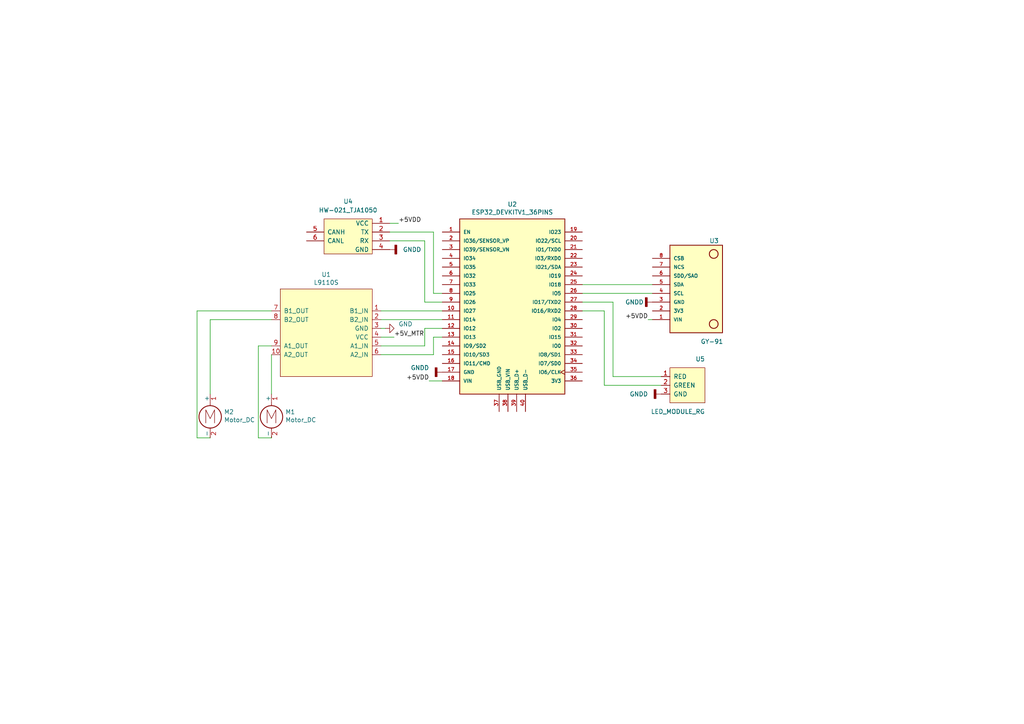
<source format=kicad_sch>
(kicad_sch (version 20211123) (generator eeschema)
  (paper "A4")
  (lib_symbols
    (symbol "Motor:Motor_DC" (pin_names (offset 0))
      (property "Reference" "M" (at 2.54 2.54 0))
      (property "Value" "Motor_DC" (at 2.54 -5.08 0))
      (symbol "Motor_DC_0_0"
        (polyline (pts (xy -1.27 -3.302) (xy -1.27 0.508) (xy 0 -2.032) (xy 1.27 0.508) (xy 1.27 -3.302)))
      )
      (symbol "Motor_DC_0_1"
        (circle (center 0 -1.524) (radius 3.2512) (stroke (width 0.254)))
        (polyline (pts (xy 0 -7.62) (xy 0 -7.112)))
        (polyline (pts (xy 0 -4.7752) (xy 0 -5.1816)))
        (polyline (pts (xy 0 1.7272) (xy 0 2.0828)))
        (polyline (pts (xy 0 2.032) (xy 0 2.54)))
      )
      (symbol "Motor_DC_1_1"
        (pin passive line (at 0 5.08 270) (length 2.54) (name "+") (number "1"))
        (pin passive line (at 0 -7.62 90) (length 2.54) (name "-") (number "2"))
      )
    )
    (symbol "power:GND" (power) (pin_names (offset 0))
      (property "Value" "GND" (at 0 -3.81 0))
      (symbol "GND_0_1"
        (polyline (pts (xy 0 0) (xy 0 -1.27) (xy 1.27 -1.27) (xy 0 -2.54) (xy -1.27 -1.27) (xy 0 -1.27)))
      )
      (symbol "GND_1_1"
        (pin power_in line (at 0 0 270) (length 0) hide (name "GND") (number "1"))
      )
    )
    (symbol "power:GNDD" (power) (pin_names (offset 0))
      (property "Value" "GNDD" (at 0 -3.175 0))
      (symbol "GNDD_0_1"
        (rectangle (start -1.27 -1.524) (end 1.27 -2.032) (stroke (width 0.254)) (fill (type outline)))
        (polyline (pts (xy 0 0) (xy 0 -1.524)))
      )
      (symbol "GNDD_1_1"
        (pin power_in line (at 0 0 270) (length 0) hide (name "GNDD") (number "1"))
      )
    )
    (symbol "zk_modules:ESP32_DEVKITV1_36PINS" (pin_names (offset 1.016))
      (property "Reference" "U" (at -15.24 26.67 0))
      (property "Value" "ESP32_DEVKITV1_36PINS" (at -5.08 26.67 0))
      (symbol "ESP32_DEVKITV1_36PINS_0_0"
        (rectangle (start -15.24 25.4) (end 15.24 -25.4) (stroke (width 0.254)) (fill (type background)))
        (pin input line (at -20.32 21.59 0) (length 5.08) (name "EN") (number "1"))
        (pin bidirectional line (at -20.32 -1.27 0) (length 5.08) (name "IO27") (number "10"))
        (pin bidirectional line (at -20.32 -3.81 0) (length 5.08) (name "IO14") (number "11"))
        (pin bidirectional line (at -20.32 -6.35 0) (length 5.08) (name "IO12") (number "12"))
        (pin bidirectional line (at -20.32 -8.89 0) (length 5.08) (name "IO13") (number "13"))
        (pin bidirectional line (at -20.32 -11.43 0) (length 5.08) (name "IO9/SD2") (number "14"))
        (pin bidirectional line (at -20.32 -13.97 0) (length 5.08) (name "IO10/SD3") (number "15"))
        (pin bidirectional line (at -20.32 -16.51 0) (length 5.08) (name "IO11/CMD") (number "16"))
        (pin power_in line (at -20.32 -19.05 0) (length 5.08) (name "GND") (number "17"))
        (pin power_in line (at -20.32 -21.59 0) (length 5.08) (name "VIN") (number "18"))
        (pin bidirectional line (at 20.32 21.59 180) (length 5.08) (name "IO23") (number "19"))
        (pin input line (at -20.32 19.05 0) (length 5.08) (name "IO36/SENSOR_VP") (number "2"))
        (pin bidirectional line (at 20.32 19.05 180) (length 5.08) (name "IO22/SCL") (number "20"))
        (pin output line (at 20.32 16.51 180) (length 5.08) (name "IO1/TXD0") (number "21"))
        (pin input line (at 20.32 13.97 180) (length 5.08) (name "IO3/RXD0") (number "22"))
        (pin bidirectional line (at 20.32 11.43 180) (length 5.08) (name "IO21/SDA") (number "23"))
        (pin bidirectional line (at 20.32 8.89 180) (length 5.08) (name "IO19") (number "24"))
        (pin bidirectional line (at 20.32 6.35 180) (length 5.08) (name "IO18") (number "25"))
        (pin bidirectional line (at 20.32 3.81 180) (length 5.08) (name "IO5") (number "26"))
        (pin bidirectional line (at 20.32 1.27 180) (length 5.08) (name "IO17/TXD2") (number "27"))
        (pin bidirectional line (at 20.32 -1.27 180) (length 5.08) (name "IO16/RXD2") (number "28"))
        (pin bidirectional line (at 20.32 -3.81 180) (length 5.08) (name "IO4") (number "29"))
        (pin input line (at -20.32 16.51 0) (length 5.08) (name "IO39/SENSOR_VN") (number "3"))
        (pin bidirectional line (at 20.32 -6.35 180) (length 5.08) (name "IO2") (number "30"))
        (pin bidirectional line (at 20.32 -8.89 180) (length 5.08) (name "IO15") (number "31"))
        (pin bidirectional line (at 20.32 -11.43 180) (length 5.08) (name "IO0") (number "32"))
        (pin bidirectional line (at 20.32 -13.97 180) (length 5.08) (name "IO8/SD1") (number "33"))
        (pin bidirectional line (at 20.32 -16.51 180) (length 5.08) (name "IO7/SD0") (number "34"))
        (pin input clock (at 20.32 -19.05 180) (length 5.08) (name "IO6/CLK") (number "35"))
        (pin power_in line (at 20.32 -21.59 180) (length 5.08) (name "3V3") (number "36"))
        (pin passive line (at -3.81 -30.48 90) (length 5.08) (name "USB_GND") (number "37"))
        (pin power_in line (at -1.27 -30.48 90) (length 5.08) (name "USB_VIN") (number "38"))
        (pin bidirectional line (at 1.27 -30.48 90) (length 5.08) (name "USB_D+") (number "39"))
        (pin bidirectional line (at -20.32 13.97 0) (length 5.08) (name "IO34") (number "4"))
        (pin bidirectional line (at 3.81 -30.48 90) (length 5.08) (name "USB_D-") (number "40"))
        (pin bidirectional line (at -20.32 11.43 0) (length 5.08) (name "IO35") (number "5"))
        (pin bidirectional line (at -20.32 8.89 0) (length 5.08) (name "IO32") (number "6"))
        (pin bidirectional line (at -20.32 6.35 0) (length 5.08) (name "IO33") (number "7"))
        (pin bidirectional line (at -20.32 3.81 0) (length 5.08) (name "IO25") (number "8"))
        (pin bidirectional line (at -20.32 1.27 0) (length 5.08) (name "IO26") (number "9"))
      )
    )
    (symbol "zk_modules:GY-91" (pin_names (offset 1.016))
      (property "Reference" "U" (at -6.35 13.97 0))
      (property "Value" "GY-91" (at 5.08 13.97 0))
      (symbol "GY-91_0_0"
        (rectangle (start -7.62 12.7) (end 7.62 -12.7) (stroke (width 0.254)) (fill (type background)))
        (circle (center 5.08 -10.16) (radius 1.27) (stroke (width 0.254)))
        (circle (center 5.08 10.16) (radius 1.27) (stroke (width 0.254)))
        (pin power_in line (at -12.7 8.89 0) (length 5.08) (name "VIN") (number "1"))
        (pin power_in line (at -12.7 6.35 0) (length 5.08) (name "3V3") (number "2"))
        (pin passive line (at -12.7 3.81 0) (length 5.08) (name "GND") (number "3"))
        (pin bidirectional line (at -12.7 1.27 0) (length 5.08) (name "SCL") (number "4"))
        (pin bidirectional line (at -12.7 -1.27 0) (length 5.08) (name "SDA") (number "5"))
        (pin passive line (at -12.7 -3.81 0) (length 5.08) (name "SDD/SAO") (number "6"))
        (pin passive line (at -12.7 -6.35 0) (length 5.08) (name "NCS") (number "7"))
        (pin passive line (at -12.7 -8.89 0) (length 5.08) (name "CSB") (number "8"))
      )
    )
    (symbol "zk_modules:HW-021_TJA1050" (pin_names (offset 1.016))
      (property "Reference" "U" (at -5.08 6.35 0))
      (property "Value" "HW-021_TJA1050" (at 2.54 -7.62 0))
      (symbol "HW-021_TJA1050_0_1"
        (rectangle (start -6.35 5.08) (end 7.62 -5.08) (fill (type background)))
      )
      (symbol "HW-021_TJA1050_1_1"
        (pin power_in line (at -11.43 3.81 0) (length 5.0038) (name "VCC") (number "1"))
        (pin output line (at -11.43 1.27 0) (length 5.0038) (name "TX") (number "2"))
        (pin input line (at -11.43 -1.27 0) (length 5.0038) (name "RX") (number "3"))
        (pin input line (at -11.43 -3.81 0) (length 5.0038) (name "GND") (number "4"))
        (pin bidirectional line (at 12.7 1.27 180) (length 5.0038) (name "CANH") (number "5"))
        (pin bidirectional line (at 12.7 -1.27 180) (length 5.0038) (name "CANL") (number "6"))
      )
    )
    (symbol "zk_modules:L9110S" (pin_names (offset 1.016))
      (property "Reference" "U" (at -11.43 15.24 0))
      (property "Value" "L9110S" (at 10.16 15.24 0))
      (symbol "L9110S_0_1"
        (rectangle (start -12.7 12.7) (end 13.97 -12.7) (fill (type background)))
      )
      (symbol "L9110S_1_1"
        (pin input line (at -15.24 6.35 0) (length 2.54) (name "B1_IN") (number "1"))
        (pin input line (at 16.51 -6.35 180) (length 2.54) (name "A2_OUT") (number "10"))
        (pin input line (at -15.24 3.81 0) (length 2.54) (name "B2_IN") (number "2"))
        (pin input line (at -15.24 1.27 0) (length 2.54) (name "GND") (number "3"))
        (pin input line (at -15.24 -1.27 0) (length 2.54) (name "VCC") (number "4"))
        (pin input line (at -15.24 -3.81 0) (length 2.54) (name "A1_IN") (number "5"))
        (pin input line (at -15.24 -6.35 0) (length 2.54) (name "A2_IN") (number "6"))
        (pin input line (at 16.51 6.35 180) (length 2.54) (name "B1_OUT") (number "7"))
        (pin input line (at 16.51 3.81 180) (length 2.54) (name "B2_OUT") (number "8"))
        (pin input line (at 16.51 -3.81 180) (length 2.54) (name "A1_OUT") (number "9"))
      )
    )
    (symbol "zk_modules:LED_MODULE_RG" (pin_names (offset 1.016))
      (property "Reference" "U" (at -3.81 6.35 0))
      (property "Value" "LED_MODULE_RG" (at 2.54 -6.35 0))
      (symbol "LED_MODULE_RG_0_1"
        (rectangle (start -5.08 5.08) (end 5.08 -5.08) (fill (type background)))
      )
      (symbol "LED_MODULE_RG_1_1"
        (pin input line (at -7.62 2.54 0) (length 2.54) (name "RED") (number "1"))
        (pin input line (at -7.62 0 0) (length 2.54) (name "GREEN") (number "2"))
        (pin passive line (at -7.62 -2.54 0) (length 2.54) (name "GND") (number "3"))
      )
    )
  )
  (wire (pts (xy 74.93 100.33) (xy 74.93 127)))
  (wire (pts (xy 175.26 90.17) (xy 168.91 90.17)))
  (wire (pts (xy 123.19 95.25) (xy 123.19 100.33)))
  (wire (pts (xy 57.15 127) (xy 57.15 90.17)))
  (wire (pts (xy 113.03 64.77) (xy 115.57 64.77)))
  (wire (pts (xy 125.73 85.09) (xy 128.27 85.09)))
  (wire (pts (xy 124.46 110.49) (xy 128.27 110.49)))
  (wire (pts (xy 187.96 92.71) (xy 189.23 92.71)))
  (wire (pts (xy 78.74 114.3) (xy 78.74 102.87)))
  (wire (pts (xy 113.03 67.31) (xy 125.73 67.31)))
  (wire (pts (xy 128.27 95.25) (xy 123.19 95.25)))
  (wire (pts (xy 168.91 87.63) (xy 177.8 87.63)))
  (wire (pts (xy 57.15 90.17) (xy 78.74 90.17)))
  (wire (pts (xy 114.3 97.79) (xy 110.49 97.79)))
  (wire (pts (xy 168.91 82.55) (xy 189.23 82.55)))
  (wire (pts (xy 110.49 92.71) (xy 128.27 92.71)))
  (wire (pts (xy 191.77 111.76) (xy 175.26 111.76)))
  (wire (pts (xy 60.96 127) (xy 57.15 127)))
  (wire (pts (xy 177.8 109.22) (xy 191.77 109.22)))
  (wire (pts (xy 175.26 111.76) (xy 175.26 90.17)))
  (wire (pts (xy 123.19 87.63) (xy 128.27 87.63)))
  (wire (pts (xy 74.93 127) (xy 78.74 127)))
  (wire (pts (xy 110.49 90.17) (xy 128.27 90.17)))
  (wire (pts (xy 125.73 67.31) (xy 125.73 85.09)))
  (wire (pts (xy 123.19 100.33) (xy 110.49 100.33)))
  (wire (pts (xy 113.03 69.85) (xy 123.19 69.85)))
  (wire (pts (xy 78.74 92.71) (xy 60.96 92.71)))
  (wire (pts (xy 177.8 87.63) (xy 177.8 109.22)))
  (wire (pts (xy 125.73 102.87) (xy 110.49 102.87)))
  (wire (pts (xy 168.91 85.09) (xy 189.23 85.09)))
  (wire (pts (xy 110.49 95.25) (xy 111.76 95.25)))
  (wire (pts (xy 74.93 100.33) (xy 78.74 100.33)))
  (wire (pts (xy 123.19 69.85) (xy 123.19 87.63)))
  (wire (pts (xy 128.27 97.79) (xy 125.73 97.79)))
  (wire (pts (xy 60.96 92.71) (xy 60.96 114.3)))
  (wire (pts (xy 125.73 97.79) (xy 125.73 102.87)))
  (label "+5VDD" (at 115.57 64.77 0))
  (label "+5VDD" (at 187.96 92.71 180))
  (label "+5VDD" (at 124.46 110.49 180))
  (label "+5V_MTR" (at 114.3 97.79 0))
  (symbol (lib_id "zk_modules:ESP32_DEVKITV1_36PINS") (at 148.59 88.9 0) (unit 1)
    (property "Reference" "U2" (at 148.59 59.2582 0))
    (property "Value" "ESP32_DEVKITV1_36PINS" (at 148.59 61.5696 0))
    (property "Footprint" "MODULE_ESP32-DEVKITC-32D" (effects hide))
    (property "Datasheet" "Espressif Systems" (effects hide))
    (property "Field4" "4" (effects hide))
  )
  (symbol (lib_id "Motor:Motor_DC") (at 60.96 119.38 0) (unit 1)
    (property "Reference" "M2" (at 64.9732 119.4816 0) (effects (justify left)))
    (property "Value" "Motor_DC" (at 64.9732 121.793 0) (effects (justify left)))
  )
  (symbol (lib_id "Motor:Motor_DC") (at 78.74 119.38 0) (unit 1)
    (property "Reference" "M1" (at 82.7532 119.4816 0) (effects (justify left)))
    (property "Value" "Motor_DC" (at 82.7532 121.793 0) (effects (justify left)))
  )
  (symbol (lib_id "zk_modules:GY-91") (at 201.93 83.82 0) (mirror x) (unit 1)
    (property "Reference" "U3" (at 205.74 69.85 0) (effects (justify left)))
    (property "Value" "GY-91" (at 203.2 99.06 0) (effects (justify left)))
  )
  (symbol (lib_id "zk_modules:L9110S") (at 95.25 96.52 0) (mirror y) (unit 1)
    (property "Reference" "U1" (at 94.615 79.629 0))
    (property "Value" "L9110S" (at 94.615 81.9404 0))
  )
  (symbol (lib_id "zk_modules:LED_MODULE_RG") (at 199.39 111.76 0) (unit 1)
    (property "Reference" "U5" (at 204.47 104.14 0) (effects (justify right)))
    (property "Value" "LED_MODULE_RG" (at 204.47 119.38 0) (effects (justify right)))
  )
  (symbol (lib_id "power:GND") (at 111.76 95.25 90) (unit 1)
    (property "Reference" "#PWR01" (effects hide))
    (property "Value" "GND" (at 115.57 93.98 90) (effects (justify right)))
  )
  (symbol (lib_id "power:GNDD") (at 191.77 114.3 270) (unit 1)
    (property "Reference" "#PWR05" (effects hide))
    (property "Value" "GNDD" (at 187.96 114.2999 90) (effects (justify right)))
  )
  (symbol (lib_id "power:GNDD") (at 113.03 72.39 90) (unit 1)
    (property "Reference" "#PWR02" (effects hide))
    (property "Value" "GNDD" (at 116.84 72.3899 90) (effects (justify right)))
  )
  (symbol (lib_id "power:GNDD") (at 189.23 87.63 270) (unit 1)
    (property "Reference" "#PWR04" (effects hide))
    (property "Value" "GNDD" (at 186.69 87.63 90) (effects (justify right)))
  )
  (symbol (lib_id "power:GNDD") (at 128.27 107.95 270) (unit 1)
    (property "Reference" "#PWR03" (effects hide))
    (property "Value" "GNDD" (at 124.46 106.68 90) (effects (justify right)))
  )
  (symbol (lib_id "zk_modules:HW-021_TJA1050") (at 101.6 68.58 0) (mirror y) (unit 1)
    (property "Reference" "U4" (at 100.965 58.42 0))
    (property "Value" "HW-021_TJA1050" (at 100.965 60.96 0))
  )
)
</source>
